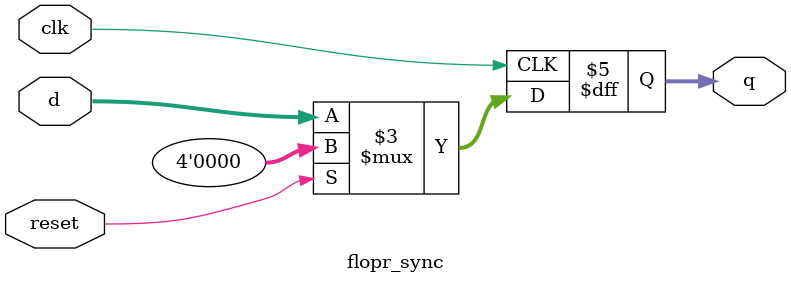
<source format=sv>
`ifndef FLOPR_SYNC
`define FLOPR_SYNC


module flopr_sync(
    //
    // ---------------- PORT DEFINITIONS ----------------
    //
    input  logic       clk,
    input  logic       reset, 
    input  logic [3:0] d, 
    output logic [3:0] q
);
    //
    // ---------------- MODULE DESIGN IMPLEMENTATION ----------------
    //
    
  // synchronous reset
    always_ff @(posedge clk)
        if (reset) q <= 4'b0;
        else       q <= d;

endmodule

`endif // FLOPR_SYNC
</source>
